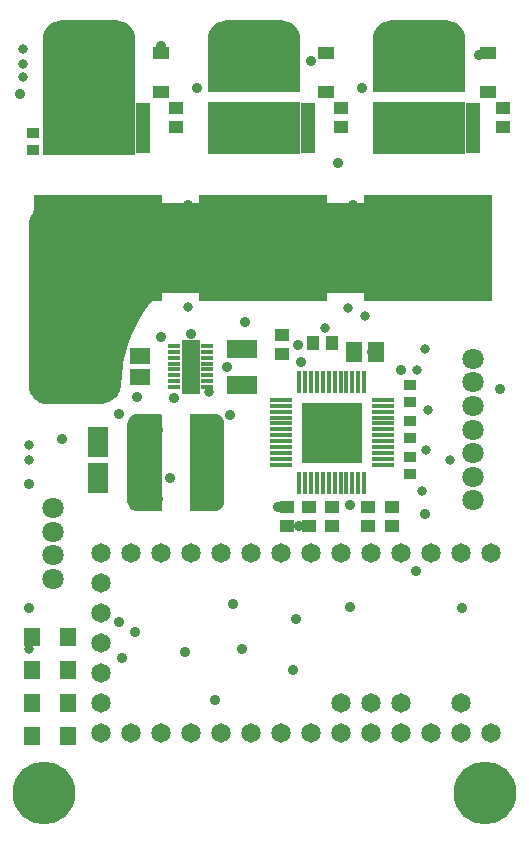
<source format=gts>
G04 Layer_Color=8388736*
%FSAX24Y24*%
%MOIN*%
G70*
G01*
G75*
%ADD57R,0.0560X0.0438*%
%ADD58R,0.0690X0.1025*%
%ADD59R,0.0434X0.0356*%
%ADD60R,0.0474X0.0434*%
%ADD61R,0.0533X0.0651*%
%ADD62R,0.0434X0.0474*%
%ADD63R,0.0651X0.0533*%
%ADD64R,0.2049X0.2049*%
%ADD65R,0.0729X0.0178*%
%ADD66R,0.0178X0.0729*%
%ADD67R,0.1005X0.0592*%
%ADD68R,0.0647X0.1792*%
%ADD69R,0.0414X0.0158*%
G04:AMPARAMS|DCode=70|XSize=114.3mil|YSize=323mil|CornerRadius=57.2mil|HoleSize=0mil|Usage=FLASHONLY|Rotation=0.000|XOffset=0mil|YOffset=0mil|HoleType=Round|Shape=RoundedRectangle|*
%AMROUNDEDRECTD70*
21,1,0.1143,0.2087,0,0,0.0*
21,1,0.0000,0.3230,0,0,0.0*
1,1,0.1143,0.0000,-0.1043*
1,1,0.1143,0.0000,-0.1043*
1,1,0.1143,0.0000,0.1043*
1,1,0.1143,0.0000,0.1043*
%
%ADD70ROUNDEDRECTD70*%
%ADD71R,0.0453X0.1674*%
%ADD72R,0.4253X0.3545*%
%ADD73R,0.0560X0.0640*%
%ADD74R,0.3085X0.1780*%
%ADD75C,0.0650*%
%ADD76C,0.0710*%
%ADD77C,0.2090*%
%ADD78C,0.0360*%
%ADD79C,0.0320*%
%ADD80C,0.0180*%
G36*
X067805Y034640D02*
X067810Y034639D01*
X067815Y034637D01*
X067820Y034635D01*
X067824Y034632D01*
X067828Y034628D01*
X067832Y034624D01*
X067835Y034620D01*
X067837Y034615D01*
X067839Y034610D01*
X067840Y034605D01*
X067840Y034600D01*
X067840Y031700D01*
X067840Y031695D01*
X067839Y031690D01*
X067837Y031685D01*
X067835Y031680D01*
X067832Y031676D01*
X067828Y031672D01*
X067824Y031668D01*
X067820Y031665D01*
X067815Y031663D01*
X067810Y031661D01*
X067805Y031660D01*
X067800Y031660D01*
X057000Y031660D01*
X056999Y031660D01*
X056999Y031660D01*
X056998Y031660D01*
X056998Y031660D01*
X056960Y031662D01*
X056845Y031648D01*
X056728Y031600D01*
X056626Y031518D01*
X056600Y031486D01*
X056600Y031486D01*
X056600Y031486D01*
X056599Y031486D01*
X056599Y031485D01*
X056598Y031485D01*
X056514Y031390D01*
X056281Y031089D01*
X056073Y030764D01*
X055895Y030421D01*
X055747Y030063D01*
X055631Y029695D01*
X055547Y029318D01*
X055489Y028813D01*
X055485Y028644D01*
X055485Y028644D01*
X055484Y028583D01*
X055483Y028581D01*
X055483Y028579D01*
X055483Y028578D01*
X055483Y028577D01*
X055483Y028575D01*
X055482Y028573D01*
X055437Y028396D01*
X055436Y028394D01*
X055435Y028391D01*
X055435Y028391D01*
X055435Y028391D01*
X055434Y028389D01*
X055433Y028387D01*
X055372Y028272D01*
X055371Y028271D01*
X055371Y028270D01*
X055370Y028269D01*
X055369Y028268D01*
X055368Y028267D01*
X055367Y028266D01*
X055285Y028165D01*
X055284Y028164D01*
X055283Y028163D01*
X055282Y028162D01*
X055282Y028161D01*
X055280Y028161D01*
X055280Y028160D01*
X055179Y028077D01*
X055178Y028077D01*
X055177Y028076D01*
X055176Y028075D01*
X055175Y028074D01*
X055174Y028074D01*
X055173Y028073D01*
X055058Y028012D01*
X055056Y028011D01*
X055054Y028010D01*
X055054Y028010D01*
X055053Y028010D01*
X055051Y028009D01*
X055049Y028008D01*
X054871Y027963D01*
X054869Y027962D01*
X054867Y027962D01*
X054867Y027962D01*
X054866Y027962D01*
X054864Y027961D01*
X054862Y027961D01*
X054801Y027960D01*
X054800Y027960D01*
X054800Y027960D01*
X053000Y027960D01*
X053000Y027960D01*
X052928D01*
X052926Y027960D01*
X052925D01*
X052924Y027960D01*
X052922Y027960D01*
X052921Y027961D01*
X052920Y027961D01*
X052919Y027961D01*
X052917Y027961D01*
X052916Y027962D01*
X052915Y027962D01*
X052710Y028032D01*
X052709Y028032D01*
X052707Y028033D01*
X052706Y028033D01*
X052705Y028034D01*
X052704Y028034D01*
X052703Y028035D01*
X052702Y028036D01*
X052700Y028036D01*
X052699Y028037D01*
X052698Y028038D01*
X052583Y028126D01*
X052579Y028129D01*
Y028129D01*
X052579D01*
X052576Y028133D01*
X052488Y028248D01*
X052487Y028249D01*
X052486Y028250D01*
X052486Y028251D01*
X052485Y028253D01*
X052484Y028254D01*
X052484Y028255D01*
X052483Y028256D01*
X052483Y028257D01*
X052482Y028259D01*
X052482Y028260D01*
X052412Y028465D01*
X052412Y028466D01*
X052411Y028467D01*
X052411Y028468D01*
X052411Y028470D01*
X052411Y028471D01*
X052410Y028472D01*
X052410Y028474D01*
X052410Y028475D01*
Y028476D01*
X052410Y028478D01*
Y028550D01*
X052410Y033950D01*
D01*
Y033950D01*
Y034014D01*
X052410Y034016D01*
X052410Y034019D01*
X052410Y034019D01*
X052410Y034019D01*
X052411Y034021D01*
X052411Y034024D01*
X052458Y034210D01*
X052458Y034212D01*
X052459Y034214D01*
X052459Y034214D01*
X052459Y034215D01*
X052460Y034217D01*
X052461Y034219D01*
X052522Y034332D01*
X052522Y034333D01*
X052523Y034334D01*
X052524Y034335D01*
X052524Y034336D01*
X052525Y034337D01*
X052526Y034338D01*
X052607Y034437D01*
X052608Y034438D01*
X052609Y034439D01*
X052610Y034440D01*
X052611Y034441D01*
X052612Y034442D01*
X052613Y034443D01*
X052712Y034524D01*
X052713Y034525D01*
X052714Y034526D01*
X052715Y034526D01*
X052716Y034527D01*
X052717Y034528D01*
X052718Y034528D01*
X052831Y034589D01*
X052833Y034590D01*
X052835Y034591D01*
X052836Y034591D01*
X052836Y034591D01*
X052838Y034592D01*
X052840Y034592D01*
X053026Y034639D01*
X053029Y034639D01*
X053031Y034640D01*
X053031Y034640D01*
X053031Y034640D01*
X053034Y034640D01*
X053036Y034640D01*
X053100D01*
X067800Y034640D01*
X067805Y034640D01*
D02*
G37*
G36*
X056793Y027615D02*
X056799Y027614D01*
X056804Y027612D01*
X056808Y027610D01*
X056813Y027607D01*
X056817Y027603D01*
X056820Y027599D01*
X056823Y027595D01*
X056825Y027590D01*
X056827Y027585D01*
X056828Y027580D01*
X056828Y027575D01*
Y024425D01*
X056828Y024420D01*
X056827Y024415D01*
X056825Y024410D01*
X056823Y024405D01*
X056820Y024401D01*
X056817Y024397D01*
X056813Y024393D01*
X056808Y024390D01*
X056804Y024388D01*
X056799Y024386D01*
X056793Y024385D01*
X056788Y024385D01*
X056001D01*
X055996Y024385D01*
X055938Y024393D01*
X055933Y024394D01*
X055928Y024396D01*
X055856Y024426D01*
X055852Y024428D01*
X055847Y024431D01*
X055785Y024478D01*
X055782Y024482D01*
X055778Y024485D01*
X055731Y024547D01*
X055729Y024549D01*
X055728Y024552D01*
X055726Y024556D01*
X055696Y024628D01*
X055694Y024633D01*
X055693Y024638D01*
X055685Y024696D01*
X055685Y024701D01*
Y024720D01*
Y027280D01*
Y027299D01*
X055685Y027304D01*
X055693Y027362D01*
X055694Y027367D01*
X055696Y027372D01*
X055726Y027444D01*
X055728Y027448D01*
X055731Y027453D01*
X055778Y027515D01*
X055782Y027518D01*
X055785Y027522D01*
X055785Y027522D01*
X055847Y027569D01*
X055849Y027571D01*
X055852Y027572D01*
X055856Y027574D01*
X055928Y027604D01*
X055933Y027606D01*
X055938Y027607D01*
X055996Y027615D01*
X056001Y027615D01*
X056001D01*
X056001D01*
X056020Y027615D01*
X056020Y027615D01*
X056788D01*
X056793Y027615D01*
D02*
G37*
G36*
X058604D02*
X058662Y027607D01*
X058667Y027606D01*
X058672Y027604D01*
X058744Y027574D01*
X058748Y027572D01*
X058751Y027571D01*
X058753Y027569D01*
X058815Y027522D01*
X058818Y027518D01*
X058822Y027515D01*
X058869Y027453D01*
X058872Y027448D01*
X058874Y027444D01*
X058904Y027372D01*
X058906Y027367D01*
X058907Y027362D01*
X058915Y027304D01*
X058915Y027299D01*
Y027280D01*
Y024720D01*
Y024701D01*
X058915Y024696D01*
X058907Y024638D01*
X058906Y024633D01*
X058904Y024628D01*
X058874Y024556D01*
X058872Y024552D01*
X058871Y024549D01*
X058869Y024547D01*
X058822Y024485D01*
X058818Y024482D01*
X058815Y024478D01*
X058753Y024431D01*
X058748Y024428D01*
X058744Y024426D01*
X058672Y024396D01*
X058667Y024394D01*
X058662Y024393D01*
X058604Y024385D01*
X058599Y024385D01*
X057812D01*
X057807Y024385D01*
X057801Y024386D01*
X057796Y024388D01*
X057792Y024390D01*
X057787Y024393D01*
X057783Y024397D01*
X057780Y024401D01*
X057777Y024405D01*
X057775Y024410D01*
X057773Y024415D01*
X057772Y024420D01*
X057772Y024425D01*
Y027575D01*
X057772Y027580D01*
X057773Y027585D01*
X057775Y027590D01*
X057777Y027595D01*
X057780Y027599D01*
X057783Y027603D01*
X057787Y027607D01*
X057792Y027610D01*
X057796Y027612D01*
X057801Y027614D01*
X057807Y027615D01*
X057812Y027615D01*
X058599D01*
X058604Y027615D01*
D02*
G37*
G36*
X055331Y040740D02*
X055333Y040740D01*
X055422Y040731D01*
X055423Y040731D01*
X055424Y040731D01*
X055425Y040731D01*
X055427Y040730D01*
X055428Y040730D01*
X055429Y040730D01*
X055542Y040695D01*
X055544Y040695D01*
X055545Y040695D01*
X055546Y040694D01*
X055547Y040694D01*
X055548Y040693D01*
X055550Y040692D01*
X055654Y040637D01*
X055655Y040636D01*
X055656Y040635D01*
X055657Y040635D01*
X055658Y040634D01*
X055659Y040633D01*
X055660Y040632D01*
X055752Y040557D01*
X055753Y040556D01*
X055754Y040556D01*
X055755Y040555D01*
X055756Y040554D01*
X055756Y040553D01*
X055757Y040552D01*
X055832Y040460D01*
X055833Y040459D01*
X055834Y040458D01*
X055835Y040457D01*
X055835Y040456D01*
X055836Y040455D01*
X055837Y040454D01*
X055892Y040350D01*
X055893Y040348D01*
X055894Y040347D01*
X055894Y040346D01*
X055895Y040345D01*
X055895Y040344D01*
X055895Y040342D01*
X055930Y040229D01*
X055930Y040228D01*
X055930Y040227D01*
X055931Y040225D01*
X055931Y040224D01*
X055931Y040223D01*
X055931Y040222D01*
X055940Y040133D01*
X055940Y040131D01*
X055940Y040129D01*
X055940Y040100D01*
D01*
X055940Y036300D01*
X055940Y036295D01*
X055939Y036290D01*
X055937Y036285D01*
X055935Y036280D01*
X055932Y036276D01*
X055928Y036272D01*
X055924Y036268D01*
X055920Y036265D01*
X055915Y036263D01*
X055910Y036261D01*
X055905Y036260D01*
X055900Y036260D01*
X052900D01*
X052895Y036260D01*
X052890Y036261D01*
X052885Y036263D01*
X052880Y036265D01*
X052876Y036268D01*
X052872Y036272D01*
X052868Y036276D01*
X052865Y036280D01*
X052863Y036285D01*
X052861Y036290D01*
X052860Y036295D01*
X052860Y036300D01*
Y040100D01*
X052860Y040129D01*
X052860Y040131D01*
X052860Y040133D01*
X052869Y040222D01*
X052869Y040223D01*
X052869Y040224D01*
X052869Y040225D01*
X052870Y040227D01*
X052870Y040228D01*
X052870Y040229D01*
X052905Y040342D01*
X052905Y040344D01*
X052905Y040345D01*
X052906Y040346D01*
X052906Y040347D01*
X052907Y040348D01*
X052908Y040350D01*
X052963Y040454D01*
X052964Y040455D01*
X052965Y040456D01*
X052965Y040457D01*
X052966Y040458D01*
X052967Y040459D01*
X052968Y040460D01*
X053043Y040552D01*
X053044Y040553D01*
X053044Y040554D01*
X053045Y040555D01*
X053046Y040556D01*
X053047Y040556D01*
X053048Y040557D01*
X053140Y040632D01*
X053141Y040633D01*
X053142Y040634D01*
X053143Y040635D01*
X053144Y040635D01*
X053145Y040636D01*
X053146Y040637D01*
X053250Y040692D01*
X053252Y040693D01*
X053253Y040694D01*
X053254Y040694D01*
X053255Y040695D01*
X053256Y040695D01*
X053258Y040695D01*
X053371Y040730D01*
X053372Y040730D01*
X053373Y040730D01*
X053375Y040731D01*
X053376Y040731D01*
X053377Y040731D01*
X053378Y040731D01*
X053467Y040740D01*
X053469Y040740D01*
X053471Y040740D01*
X053500Y040740D01*
X055300Y040740D01*
D01*
X055329Y040740D01*
X055331Y040740D01*
D02*
G37*
G36*
X060831Y040740D02*
X060833Y040740D01*
X060922Y040731D01*
X060923Y040731D01*
X060924Y040731D01*
X060925Y040731D01*
X060927Y040730D01*
X060928Y040730D01*
X060929Y040730D01*
X061042Y040695D01*
X061044Y040695D01*
X061045Y040695D01*
X061046Y040694D01*
X061047Y040694D01*
X061048Y040693D01*
X061050Y040692D01*
X061154Y040637D01*
X061155Y040636D01*
X061156Y040635D01*
X061157Y040635D01*
X061158Y040634D01*
X061159Y040633D01*
X061160Y040632D01*
X061252Y040557D01*
X061253Y040556D01*
X061254Y040556D01*
X061255Y040555D01*
X061256Y040554D01*
X061256Y040553D01*
X061257Y040552D01*
X061332Y040460D01*
X061333Y040459D01*
X061334Y040458D01*
X061335Y040457D01*
X061335Y040456D01*
X061336Y040455D01*
X061337Y040454D01*
X061392Y040350D01*
X061393Y040348D01*
X061394Y040347D01*
X061394Y040346D01*
X061395Y040345D01*
X061395Y040344D01*
X061395Y040342D01*
X061430Y040229D01*
X061430Y040228D01*
X061430Y040227D01*
X061431Y040225D01*
X061431Y040224D01*
X061431Y040223D01*
X061431Y040222D01*
X061440Y040133D01*
X061440Y040131D01*
X061440Y040129D01*
X061440Y040100D01*
D01*
X061440Y038400D01*
X061440Y038395D01*
X061439Y038390D01*
X061437Y038385D01*
X061435Y038380D01*
X061432Y038376D01*
X061428Y038372D01*
X061424Y038368D01*
X061420Y038365D01*
X061415Y038363D01*
X061410Y038361D01*
X061405Y038360D01*
X061400Y038360D01*
X058400D01*
X058395Y038360D01*
X058390Y038361D01*
X058385Y038363D01*
X058380Y038365D01*
X058376Y038368D01*
X058372Y038372D01*
X058368Y038376D01*
X058365Y038380D01*
X058363Y038385D01*
X058361Y038390D01*
X058360Y038395D01*
X058360Y038400D01*
Y040100D01*
Y040129D01*
X058360Y040131D01*
X058360Y040133D01*
X058369Y040222D01*
X058369Y040223D01*
X058369Y040224D01*
X058369Y040225D01*
X058370Y040227D01*
X058370Y040228D01*
X058370Y040229D01*
X058405Y040342D01*
X058405Y040344D01*
X058405Y040345D01*
X058406Y040346D01*
X058406Y040347D01*
X058407Y040348D01*
X058408Y040350D01*
X058463Y040454D01*
X058464Y040455D01*
X058465Y040456D01*
X058465Y040457D01*
X058466Y040458D01*
X058467Y040459D01*
X058468Y040460D01*
X058543Y040552D01*
X058544Y040553D01*
X058544Y040554D01*
X058545Y040555D01*
X058546Y040556D01*
X058547Y040556D01*
X058548Y040557D01*
X058640Y040632D01*
X058641Y040633D01*
X058642Y040634D01*
X058643Y040635D01*
X058644Y040635D01*
X058645Y040636D01*
X058646Y040637D01*
X058750Y040692D01*
X058752Y040693D01*
X058753Y040694D01*
X058754Y040694D01*
X058755Y040695D01*
X058756Y040695D01*
X058758Y040695D01*
X058871Y040730D01*
X058872Y040730D01*
X058873Y040730D01*
X058875Y040731D01*
X058876Y040731D01*
X058877Y040731D01*
X058878Y040731D01*
X058967Y040740D01*
X058969Y040740D01*
X058971Y040740D01*
X059000D01*
X060800Y040740D01*
D01*
X060829Y040740D01*
X060831Y040740D01*
D02*
G37*
G36*
X066331Y040740D02*
X066333Y040740D01*
X066422Y040731D01*
X066423Y040731D01*
X066424Y040731D01*
X066425Y040731D01*
X066427Y040730D01*
X066428Y040730D01*
X066429Y040730D01*
X066542Y040695D01*
X066544Y040695D01*
X066545Y040695D01*
X066546Y040694D01*
X066547Y040694D01*
X066548Y040693D01*
X066550Y040692D01*
X066654Y040637D01*
X066655Y040636D01*
X066656Y040635D01*
X066657Y040635D01*
X066658Y040634D01*
X066659Y040633D01*
X066660Y040632D01*
X066752Y040557D01*
X066753Y040556D01*
X066754Y040556D01*
X066755Y040555D01*
X066756Y040554D01*
X066756Y040553D01*
X066757Y040552D01*
X066832Y040460D01*
X066833Y040459D01*
X066834Y040458D01*
X066835Y040457D01*
X066835Y040456D01*
X066836Y040455D01*
X066837Y040454D01*
X066892Y040350D01*
X066893Y040348D01*
X066894Y040347D01*
X066894Y040346D01*
X066895Y040345D01*
X066895Y040344D01*
X066895Y040342D01*
X066930Y040229D01*
X066930Y040228D01*
X066930Y040227D01*
X066931Y040225D01*
X066931Y040224D01*
X066931Y040223D01*
X066931Y040222D01*
X066940Y040133D01*
X066940Y040131D01*
X066940Y040129D01*
X066940Y040100D01*
D01*
X066940Y038400D01*
X066940Y038395D01*
X066939Y038390D01*
X066937Y038385D01*
X066935Y038380D01*
X066932Y038376D01*
X066928Y038372D01*
X066924Y038368D01*
X066920Y038365D01*
X066915Y038363D01*
X066910Y038361D01*
X066905Y038360D01*
X066900Y038360D01*
X063900D01*
X063895Y038360D01*
X063890Y038361D01*
X063885Y038363D01*
X063880Y038365D01*
X063876Y038368D01*
X063872Y038372D01*
X063868Y038376D01*
X063865Y038380D01*
X063863Y038385D01*
X063861Y038390D01*
X063860Y038395D01*
X063860Y038400D01*
Y040100D01*
Y040129D01*
X063860Y040131D01*
X063860Y040133D01*
X063869Y040222D01*
X063869Y040223D01*
X063869Y040224D01*
X063869Y040225D01*
X063870Y040227D01*
X063870Y040228D01*
X063870Y040229D01*
X063905Y040342D01*
X063905Y040344D01*
X063905Y040345D01*
X063906Y040346D01*
X063906Y040347D01*
X063907Y040348D01*
X063908Y040350D01*
X063963Y040454D01*
X063964Y040455D01*
X063965Y040456D01*
X063965Y040457D01*
X063966Y040458D01*
X063967Y040459D01*
X063968Y040460D01*
X064043Y040552D01*
X064044Y040553D01*
X064044Y040554D01*
X064045Y040555D01*
X064046Y040556D01*
X064047Y040556D01*
X064048Y040557D01*
X064140Y040632D01*
X064141Y040633D01*
X064142Y040634D01*
X064143Y040635D01*
X064144Y040635D01*
X064145Y040636D01*
X064146Y040637D01*
X064250Y040692D01*
X064252Y040693D01*
X064253Y040694D01*
X064254Y040694D01*
X064255Y040695D01*
X064256Y040695D01*
X064258Y040695D01*
X064371Y040730D01*
X064372Y040730D01*
X064373Y040730D01*
X064375Y040731D01*
X064376Y040731D01*
X064377Y040731D01*
X064378Y040731D01*
X064467Y040740D01*
X064469Y040740D01*
X064471Y040740D01*
X064500D01*
X066300Y040740D01*
D01*
X066329Y040740D01*
X066331Y040740D01*
D02*
G37*
D57*
X056800Y039644D02*
D03*
Y038356D02*
D03*
X062300Y039644D02*
D03*
Y038356D02*
D03*
X067700Y039644D02*
D03*
Y038356D02*
D03*
D58*
X054700Y026700D02*
D03*
Y025500D02*
D03*
D59*
X065100Y028576D02*
D03*
Y028024D02*
D03*
Y027376D02*
D03*
Y026824D02*
D03*
Y026176D02*
D03*
Y025624D02*
D03*
X052550Y036424D02*
D03*
Y036976D02*
D03*
D60*
X064500Y023885D02*
D03*
Y024515D02*
D03*
X061750Y023885D02*
D03*
Y024515D02*
D03*
X061000Y023885D02*
D03*
Y024515D02*
D03*
X068200Y037185D02*
D03*
Y037815D02*
D03*
X062800Y037185D02*
D03*
Y037815D02*
D03*
X057300Y037185D02*
D03*
Y037815D02*
D03*
X060850Y029635D02*
D03*
Y030265D02*
D03*
X062500Y023885D02*
D03*
Y024515D02*
D03*
X063700Y023885D02*
D03*
Y024515D02*
D03*
D61*
X063246Y029700D02*
D03*
X063954D02*
D03*
D62*
X061885Y030000D02*
D03*
X062515D02*
D03*
D63*
X056100Y029554D02*
D03*
Y028846D02*
D03*
D64*
X062500Y027000D02*
D03*
D65*
X060800Y028089D02*
D03*
Y027893D02*
D03*
Y027696D02*
D03*
Y027499D02*
D03*
Y027302D02*
D03*
Y027105D02*
D03*
Y026908D02*
D03*
Y026711D02*
D03*
Y026515D02*
D03*
Y026318D02*
D03*
Y026121D02*
D03*
Y025924D02*
D03*
X064186D02*
D03*
Y026121D02*
D03*
Y026318D02*
D03*
Y026515D02*
D03*
Y026711D02*
D03*
Y026908D02*
D03*
Y027105D02*
D03*
Y027302D02*
D03*
Y027499D02*
D03*
Y027696D02*
D03*
Y027893D02*
D03*
Y028089D02*
D03*
D66*
X061410Y025314D02*
D03*
X061607D02*
D03*
X061804D02*
D03*
X062001D02*
D03*
X062198D02*
D03*
X062394D02*
D03*
X062591D02*
D03*
X062788D02*
D03*
X062985D02*
D03*
X063182D02*
D03*
X063379D02*
D03*
X063576D02*
D03*
Y028700D02*
D03*
X063379D02*
D03*
X063182D02*
D03*
X062985D02*
D03*
X062788D02*
D03*
X062591D02*
D03*
X062394D02*
D03*
X062198D02*
D03*
X062001D02*
D03*
X061804D02*
D03*
X061607D02*
D03*
X061410D02*
D03*
D67*
X059500Y029796D02*
D03*
Y028596D02*
D03*
D68*
X057800Y029200D02*
D03*
D69*
X058349Y028511D02*
D03*
Y028708D02*
D03*
Y028905D02*
D03*
Y029102D02*
D03*
Y029298D02*
D03*
Y029495D02*
D03*
Y029692D02*
D03*
Y029889D02*
D03*
X057251Y028511D02*
D03*
Y028708D02*
D03*
Y028905D02*
D03*
Y029102D02*
D03*
Y029298D02*
D03*
Y029495D02*
D03*
Y029692D02*
D03*
Y029889D02*
D03*
D70*
X058343Y026000D02*
D03*
X056257D02*
D03*
D71*
X056200Y037161D02*
D03*
X055700D02*
D03*
X055200D02*
D03*
X054200D02*
D03*
X053700D02*
D03*
X053200D02*
D03*
X058700D02*
D03*
X059200D02*
D03*
X059700D02*
D03*
X060700D02*
D03*
X061200D02*
D03*
X061700D02*
D03*
X067200D02*
D03*
X066700D02*
D03*
X066200D02*
D03*
X065200D02*
D03*
X064700D02*
D03*
X064200D02*
D03*
D72*
X054700Y033145D02*
D03*
X060200D02*
D03*
X065700D02*
D03*
D73*
X052500Y020200D02*
D03*
X053691D02*
D03*
Y019100D02*
D03*
X052500D02*
D03*
Y018000D02*
D03*
X053691D02*
D03*
Y016900D02*
D03*
X052500D02*
D03*
D74*
X065397Y037150D02*
D03*
X059897D02*
D03*
D75*
X062800Y018000D02*
D03*
X063800D02*
D03*
X064800D02*
D03*
X066800D02*
D03*
X067800Y017000D02*
D03*
X066800D02*
D03*
X065800D02*
D03*
X064800D02*
D03*
X063800D02*
D03*
X062800D02*
D03*
X061800D02*
D03*
X060800D02*
D03*
X059800D02*
D03*
X058800D02*
D03*
X057800D02*
D03*
X056800D02*
D03*
X055800D02*
D03*
X054800D02*
D03*
Y018000D02*
D03*
Y019000D02*
D03*
Y020000D02*
D03*
Y021000D02*
D03*
Y022000D02*
D03*
Y023000D02*
D03*
X055800D02*
D03*
X056800D02*
D03*
X057800D02*
D03*
X058800D02*
D03*
X059800D02*
D03*
X060800D02*
D03*
X061800D02*
D03*
X062800D02*
D03*
X063800D02*
D03*
X064800D02*
D03*
X065800D02*
D03*
X066800D02*
D03*
X067800D02*
D03*
D76*
X053200Y024484D02*
D03*
Y023694D02*
D03*
Y022906D02*
D03*
Y022119D02*
D03*
X067200Y024738D02*
D03*
Y026307D02*
D03*
Y027097D02*
D03*
Y027887D02*
D03*
Y028675D02*
D03*
Y029462D02*
D03*
Y025525D02*
D03*
D77*
X067600Y015000D02*
D03*
X052900D02*
D03*
D78*
X059200Y021300D02*
D03*
X052100Y038300D02*
D03*
X052400Y025300D02*
D03*
X053300Y037500D02*
D03*
Y036800D02*
D03*
X056800Y039900D02*
D03*
X058600Y018100D02*
D03*
X057600Y019700D02*
D03*
X055941Y020341D02*
D03*
X055400Y020700D02*
D03*
X055500Y019500D02*
D03*
X059500Y019800D02*
D03*
X053500Y026800D02*
D03*
X067400Y039600D02*
D03*
X059600Y030700D02*
D03*
X055400Y037500D02*
D03*
X061800Y039400D02*
D03*
X061477Y029343D02*
D03*
X063500Y038500D02*
D03*
X062700Y036000D02*
D03*
X058000Y038500D02*
D03*
X064400Y037500D02*
D03*
X065100D02*
D03*
X065800D02*
D03*
X066500D02*
D03*
X054000D02*
D03*
X054700D02*
D03*
X064400Y039500D02*
D03*
X065100D02*
D03*
X065800D02*
D03*
X066500D02*
D03*
X060300D02*
D03*
X059600D02*
D03*
X061200Y019100D02*
D03*
X063100Y021200D02*
D03*
X065300Y022400D02*
D03*
X061000Y037500D02*
D03*
X060300D02*
D03*
X059600D02*
D03*
X058900D02*
D03*
X068100Y028450D02*
D03*
X061356Y029923D02*
D03*
X065600Y024300D02*
D03*
X052400Y021150D02*
D03*
X066850D02*
D03*
X058900Y039500D02*
D03*
X061000D02*
D03*
X058500Y025500D02*
D03*
X059100Y027600D02*
D03*
X056700Y024800D02*
D03*
X061400Y023900D02*
D03*
X056700Y027100D02*
D03*
X056000Y028200D02*
D03*
X057800Y030300D02*
D03*
X056800Y030200D02*
D03*
X059000Y029200D02*
D03*
X055391Y027609D02*
D03*
X057100Y025500D02*
D03*
X058000Y027100D02*
D03*
X057251Y028149D02*
D03*
X063200Y034600D02*
D03*
X057700D02*
D03*
X054000Y036800D02*
D03*
X054700D02*
D03*
X055400D02*
D03*
X058900D02*
D03*
X059600D02*
D03*
X060300D02*
D03*
X061000D02*
D03*
X064400D02*
D03*
X065100D02*
D03*
X065800D02*
D03*
X066500D02*
D03*
X060700Y024525D02*
D03*
X063100Y024600D02*
D03*
X063850Y029700D02*
D03*
X064800Y029100D02*
D03*
X061300Y020800D02*
D03*
D79*
X052200Y039800D02*
D03*
Y038841D02*
D03*
Y039300D02*
D03*
X052400Y026600D02*
D03*
Y026075D02*
D03*
X063600Y030900D02*
D03*
X065600Y029800D02*
D03*
X062280Y030480D02*
D03*
X063050Y031150D02*
D03*
X053691Y016900D02*
D03*
Y018000D02*
D03*
Y019100D02*
D03*
X057700Y031200D02*
D03*
X065500Y025050D02*
D03*
X065628Y026422D02*
D03*
X053691Y020200D02*
D03*
X066450Y026100D02*
D03*
X065700Y027750D02*
D03*
X052400Y019800D02*
D03*
X058400Y028340D02*
D03*
X065350Y029100D02*
D03*
D80*
X061673Y027827D02*
D03*
X061909D02*
D03*
X062146D02*
D03*
X062382D02*
D03*
X062618D02*
D03*
X062854D02*
D03*
X063091D02*
D03*
X063327D02*
D03*
Y027591D02*
D03*
X063091D02*
D03*
X062854D02*
D03*
X062618D02*
D03*
X062382D02*
D03*
X062146D02*
D03*
X061909D02*
D03*
X061673D02*
D03*
X063327Y027354D02*
D03*
X063091D02*
D03*
X062854D02*
D03*
X062618D02*
D03*
X062382D02*
D03*
X062146D02*
D03*
X061909D02*
D03*
X061673D02*
D03*
X063327Y027118D02*
D03*
X063091D02*
D03*
X062854D02*
D03*
X062618D02*
D03*
X062382D02*
D03*
X062146D02*
D03*
X061909D02*
D03*
X061673D02*
D03*
X063327Y026882D02*
D03*
X063091D02*
D03*
X062854D02*
D03*
X062618D02*
D03*
X062382D02*
D03*
X062146D02*
D03*
X061909D02*
D03*
X061673D02*
D03*
X063327Y026646D02*
D03*
X063091D02*
D03*
X062854D02*
D03*
X062618D02*
D03*
X062382D02*
D03*
X062146D02*
D03*
X061909D02*
D03*
X061673D02*
D03*
X063327Y026409D02*
D03*
X063091D02*
D03*
X062854D02*
D03*
X062618D02*
D03*
X062382D02*
D03*
X062146D02*
D03*
X061909D02*
D03*
X061673D02*
D03*
X063327Y026173D02*
D03*
X063091D02*
D03*
X062854D02*
D03*
X062618D02*
D03*
X062382D02*
D03*
X062146D02*
D03*
X061909D02*
D03*
X061673D02*
D03*
M02*

</source>
